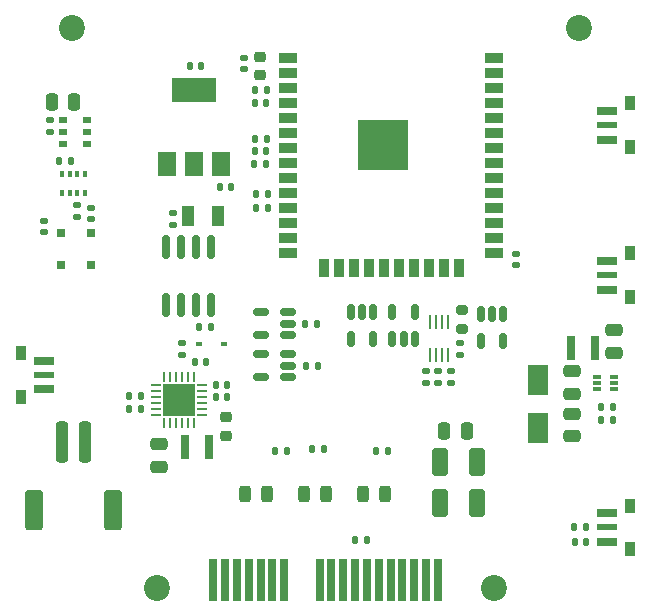
<source format=gbr>
%TF.GenerationSoftware,KiCad,Pcbnew,(6.0.9)*%
%TF.CreationDate,2023-09-09T15:40:48+05:30*%
%TF.ProjectId,WeatherKids_V3,57656174-6865-4724-9b69-64735f56332e,rev?*%
%TF.SameCoordinates,PX1406f40PY14fb180*%
%TF.FileFunction,Soldermask,Top*%
%TF.FilePolarity,Negative*%
%FSLAX46Y46*%
G04 Gerber Fmt 4.6, Leading zero omitted, Abs format (unit mm)*
G04 Created by KiCad (PCBNEW (6.0.9)) date 2023-09-09 15:40:48*
%MOMM*%
%LPD*%
G01*
G04 APERTURE LIST*
G04 Aperture macros list*
%AMRoundRect*
0 Rectangle with rounded corners*
0 $1 Rounding radius*
0 $2 $3 $4 $5 $6 $7 $8 $9 X,Y pos of 4 corners*
0 Add a 4 corners polygon primitive as box body*
4,1,4,$2,$3,$4,$5,$6,$7,$8,$9,$2,$3,0*
0 Add four circle primitives for the rounded corners*
1,1,$1+$1,$2,$3*
1,1,$1+$1,$4,$5*
1,1,$1+$1,$6,$7*
1,1,$1+$1,$8,$9*
0 Add four rect primitives between the rounded corners*
20,1,$1+$1,$2,$3,$4,$5,0*
20,1,$1+$1,$4,$5,$6,$7,0*
20,1,$1+$1,$6,$7,$8,$9,0*
20,1,$1+$1,$8,$9,$2,$3,0*%
G04 Aperture macros list end*
%ADD10RoundRect,0.200000X0.275000X-0.200000X0.275000X0.200000X-0.275000X0.200000X-0.275000X-0.200000X0*%
%ADD11R,0.800000X2.000000*%
%ADD12RoundRect,0.225000X0.250000X-0.225000X0.250000X0.225000X-0.250000X0.225000X-0.250000X-0.225000X0*%
%ADD13RoundRect,0.140000X0.140000X0.170000X-0.140000X0.170000X-0.140000X-0.170000X0.140000X-0.170000X0*%
%ADD14RoundRect,0.135000X-0.185000X0.135000X-0.185000X-0.135000X0.185000X-0.135000X0.185000X0.135000X0*%
%ADD15RoundRect,0.250000X-0.250000X-1.500000X0.250000X-1.500000X0.250000X1.500000X-0.250000X1.500000X0*%
%ADD16RoundRect,0.250001X-0.499999X-1.449999X0.499999X-1.449999X0.499999X1.449999X-0.499999X1.449999X0*%
%ADD17RoundRect,0.225000X-0.250000X0.225000X-0.250000X-0.225000X0.250000X-0.225000X0.250000X0.225000X0*%
%ADD18R,1.000000X1.800000*%
%ADD19RoundRect,0.135000X0.135000X0.185000X-0.135000X0.185000X-0.135000X-0.185000X0.135000X-0.185000X0*%
%ADD20RoundRect,0.150000X0.512500X0.150000X-0.512500X0.150000X-0.512500X-0.150000X0.512500X-0.150000X0*%
%ADD21RoundRect,0.140000X0.170000X-0.140000X0.170000X0.140000X-0.170000X0.140000X-0.170000X-0.140000X0*%
%ADD22RoundRect,0.135000X-0.135000X-0.185000X0.135000X-0.185000X0.135000X0.185000X-0.135000X0.185000X0*%
%ADD23RoundRect,0.250000X-0.412500X-0.925000X0.412500X-0.925000X0.412500X0.925000X-0.412500X0.925000X0*%
%ADD24RoundRect,0.062500X-0.062500X0.350000X-0.062500X-0.350000X0.062500X-0.350000X0.062500X0.350000X0*%
%ADD25RoundRect,0.062500X-0.350000X0.062500X-0.350000X-0.062500X0.350000X-0.062500X0.350000X0.062500X0*%
%ADD26R,2.700000X2.700000*%
%ADD27R,0.670001X0.299999*%
%ADD28C,2.200000*%
%ADD29R,0.700000X3.600000*%
%ADD30RoundRect,0.140000X-0.140000X-0.170000X0.140000X-0.170000X0.140000X0.170000X-0.140000X0.170000X0*%
%ADD31RoundRect,0.140000X-0.170000X0.140000X-0.170000X-0.140000X0.170000X-0.140000X0.170000X0.140000X0*%
%ADD32R,0.254000X1.168400*%
%ADD33R,0.800000X0.800000*%
%ADD34RoundRect,0.250000X0.475000X-0.250000X0.475000X0.250000X-0.475000X0.250000X-0.475000X-0.250000X0*%
%ADD35RoundRect,0.243750X-0.243750X-0.456250X0.243750X-0.456250X0.243750X0.456250X-0.243750X0.456250X0*%
%ADD36R,0.900000X1.300000*%
%ADD37R,1.800000X0.750000*%
%ADD38R,1.800000X0.600000*%
%ADD39RoundRect,0.250000X-0.475000X0.250000X-0.475000X-0.250000X0.475000X-0.250000X0.475000X0.250000X0*%
%ADD40R,1.800000X2.500000*%
%ADD41R,0.600000X0.450000*%
%ADD42RoundRect,0.150000X-0.150000X0.825000X-0.150000X-0.825000X0.150000X-0.825000X0.150000X0.825000X0*%
%ADD43R,0.350000X0.500000*%
%ADD44RoundRect,0.150000X-0.150000X0.512500X-0.150000X-0.512500X0.150000X-0.512500X0.150000X0.512500X0*%
%ADD45RoundRect,0.250000X-0.250000X-0.475000X0.250000X-0.475000X0.250000X0.475000X-0.250000X0.475000X0*%
%ADD46RoundRect,0.135000X0.185000X-0.135000X0.185000X0.135000X-0.185000X0.135000X-0.185000X-0.135000X0*%
%ADD47R,1.500000X2.000000*%
%ADD48R,3.800000X2.000000*%
%ADD49R,0.800000X0.500000*%
%ADD50RoundRect,0.150000X0.150000X-0.512500X0.150000X0.512500X-0.150000X0.512500X-0.150000X-0.512500X0*%
%ADD51R,1.500000X0.900000*%
%ADD52R,0.900000X1.500000*%
%ADD53C,0.584200*%
%ADD54R,4.200000X4.200000*%
G04 APERTURE END LIST*
D10*
%TO.C,R14*%
X38050000Y-30525000D03*
X38050000Y-28875000D03*
%TD*%
D11*
%TO.C,L1*%
X14600000Y-40500000D03*
X16600000Y-40500000D03*
%TD*%
%TO.C,L2*%
X49300000Y-32100000D03*
X47300000Y-32100000D03*
%TD*%
D12*
%TO.C,C6*%
X18050000Y-39525000D03*
X18050000Y-37975000D03*
%TD*%
D13*
%TO.C,C8*%
X21480000Y-11400000D03*
X20520000Y-11400000D03*
%TD*%
D14*
%TO.C,R11*%
X13545000Y-20715000D03*
X13545000Y-21735000D03*
%TD*%
D15*
%TO.C,J1*%
X4150000Y-40050000D03*
X6150000Y-40050000D03*
D16*
X1800000Y-45800000D03*
X8500000Y-45800000D03*
%TD*%
D17*
%TO.C,C11*%
X20950000Y-7450000D03*
X20950000Y-9000000D03*
%TD*%
D18*
%TO.C,Y1*%
X14895000Y-20975000D03*
X17395000Y-20975000D03*
%TD*%
D19*
%TO.C,R12*%
X4960000Y-16300000D03*
X3940000Y-16300000D03*
%TD*%
D20*
%TO.C,U13*%
X23325000Y-31000000D03*
X23325000Y-30050000D03*
X23325000Y-29100000D03*
X21050000Y-29100000D03*
X21050000Y-31000000D03*
%TD*%
D21*
%TO.C,C20*%
X37850000Y-32680000D03*
X37850000Y-31720000D03*
%TD*%
D22*
%TO.C,R22*%
X9890000Y-36200000D03*
X10910000Y-36200000D03*
%TD*%
D19*
%TO.C,R9*%
X21610000Y-20300000D03*
X20590000Y-20300000D03*
%TD*%
D23*
%TO.C,C23*%
X36225000Y-41800000D03*
X39300000Y-41800000D03*
%TD*%
D24*
%TO.C,U1*%
X15350000Y-34537500D03*
X14850000Y-34537500D03*
X14350000Y-34537500D03*
X13850000Y-34537500D03*
X13350000Y-34537500D03*
X12850000Y-34537500D03*
D25*
X12137500Y-35250000D03*
X12137500Y-35750000D03*
X12137500Y-36250000D03*
X12137500Y-36750000D03*
X12137500Y-37250000D03*
X12137500Y-37750000D03*
D24*
X12850000Y-38462500D03*
X13350000Y-38462500D03*
X13850000Y-38462500D03*
X14350000Y-38462500D03*
X14850000Y-38462500D03*
X15350000Y-38462500D03*
D25*
X16062500Y-37750000D03*
X16062500Y-37250000D03*
X16062500Y-36750000D03*
X16062500Y-36250000D03*
X16062500Y-35750000D03*
X16062500Y-35250000D03*
D26*
X14100000Y-36500000D03*
%TD*%
D27*
%TO.C,U3*%
X50940001Y-34550001D03*
X49459999Y-34550001D03*
X50940001Y-35550002D03*
X50940001Y-35050003D03*
X49459999Y-35550002D03*
X49459999Y-35050003D03*
%TD*%
D28*
%TO.C,J3*%
X40800000Y-52450950D03*
X12200000Y-52450950D03*
D29*
X36000000Y-51760950D03*
X35000000Y-51760950D03*
X34000000Y-51760950D03*
X33000000Y-51760950D03*
X32000000Y-51760950D03*
X31000000Y-51760950D03*
X30000000Y-51760950D03*
X29000000Y-51760950D03*
X28000000Y-51760950D03*
X27000000Y-51760950D03*
X26000000Y-51760950D03*
X23000000Y-51760950D03*
X22000000Y-51760950D03*
X21000000Y-51760950D03*
X20000000Y-51760950D03*
X19000000Y-51760950D03*
X18000000Y-51760950D03*
X17000000Y-51760950D03*
%TD*%
D22*
%TO.C,R21*%
X9890000Y-37250000D03*
X10910000Y-37250000D03*
%TD*%
D30*
%TO.C,C5*%
X17220000Y-35250000D03*
X18180000Y-35250000D03*
%TD*%
D31*
%TO.C,C2*%
X42600000Y-24120000D03*
X42600000Y-25080000D03*
%TD*%
D14*
%TO.C,R19*%
X35000000Y-34040000D03*
X35000000Y-35060000D03*
%TD*%
D13*
%TO.C,C4*%
X48550000Y-48550000D03*
X47590000Y-48550000D03*
%TD*%
%TO.C,C21*%
X21500000Y-15450000D03*
X20540000Y-15450000D03*
%TD*%
D14*
%TO.C,R10*%
X3150000Y-12840000D03*
X3150000Y-13860000D03*
%TD*%
D32*
%TO.C,U9*%
X36850001Y-29928400D03*
X36350000Y-29928400D03*
X35850000Y-29928400D03*
X35349999Y-29928400D03*
X35349999Y-32671600D03*
X35850000Y-32671600D03*
X36350000Y-32671600D03*
X36850001Y-32671600D03*
%TD*%
D33*
%TO.C,U5*%
X4080000Y-25050000D03*
X6620000Y-25050000D03*
X6620000Y-22350000D03*
X4080000Y-22350000D03*
%TD*%
D22*
%TO.C,R15*%
X24827500Y-33600000D03*
X25847500Y-33600000D03*
%TD*%
D34*
%TO.C,C9*%
X50950000Y-32500000D03*
X50950000Y-30600000D03*
%TD*%
D23*
%TO.C,C22*%
X36225000Y-45200000D03*
X39300000Y-45200000D03*
%TD*%
D35*
%TO.C,D5*%
X24662500Y-44500000D03*
X26537500Y-44500000D03*
%TD*%
D28*
%TO.C,H1*%
X5050000Y-5000000D03*
%TD*%
D19*
%TO.C,R24*%
X48560000Y-47300000D03*
X47540000Y-47300000D03*
%TD*%
D36*
%TO.C,SW4*%
X700000Y-32550000D03*
X700000Y-36250000D03*
D37*
X2650000Y-33175000D03*
D38*
X2650000Y-34400000D03*
D37*
X2650000Y-35625000D03*
%TD*%
D39*
%TO.C,C7*%
X12400000Y-40250000D03*
X12400000Y-42150000D03*
%TD*%
D31*
%TO.C,C12*%
X19600000Y-7570000D03*
X19600000Y-8530000D03*
%TD*%
D22*
%TO.C,R5*%
X49790000Y-37150000D03*
X50810000Y-37150000D03*
%TD*%
D28*
%TO.C,H2*%
X48000000Y-5050000D03*
%TD*%
D35*
%TO.C,D2*%
X29662500Y-44500000D03*
X31537500Y-44500000D03*
%TD*%
D40*
%TO.C,D4*%
X44500000Y-38850000D03*
X44500000Y-34850000D03*
%TD*%
D19*
%TO.C,R7*%
X26410000Y-40700000D03*
X25390000Y-40700000D03*
%TD*%
D41*
%TO.C,D3*%
X15795000Y-31800000D03*
X17895000Y-31800000D03*
%TD*%
D42*
%TO.C,U7*%
X16800000Y-23525000D03*
X15530000Y-23525000D03*
X14260000Y-23525000D03*
X12990000Y-23525000D03*
X12990000Y-28475000D03*
X14260000Y-28475000D03*
X15530000Y-28475000D03*
X16800000Y-28475000D03*
%TD*%
D43*
%TO.C,U8*%
X6125000Y-19000000D03*
X5475000Y-19000000D03*
X4825000Y-19000000D03*
X4175000Y-19000000D03*
X4175000Y-17400000D03*
X4825000Y-17400000D03*
X5475000Y-17400000D03*
X6125000Y-17400000D03*
%TD*%
D36*
%TO.C,SW1*%
X52300000Y-24100000D03*
X52300000Y-27800000D03*
D37*
X50350000Y-27175000D03*
D38*
X50350000Y-25950000D03*
D37*
X50350000Y-24725000D03*
%TD*%
D30*
%TO.C,C25*%
X17220000Y-36250000D03*
X18180000Y-36250000D03*
%TD*%
D20*
%TO.C,U14*%
X23325000Y-34550000D03*
X23325000Y-33600000D03*
X23325000Y-32650000D03*
X21050000Y-32650000D03*
X21050000Y-34550000D03*
%TD*%
D44*
%TO.C,U10*%
X30550000Y-29062500D03*
X29600000Y-29062500D03*
X28650000Y-29062500D03*
X28650000Y-31337500D03*
X30550000Y-31337500D03*
%TD*%
D30*
%TO.C,C13*%
X15020000Y-8200000D03*
X15980000Y-8200000D03*
%TD*%
D14*
%TO.C,R16*%
X37100000Y-34040000D03*
X37100000Y-35060000D03*
%TD*%
D22*
%TO.C,RV1*%
X28990000Y-48400000D03*
X30010000Y-48400000D03*
%TD*%
D19*
%TO.C,R2*%
X31760000Y-40800000D03*
X30740000Y-40800000D03*
%TD*%
D22*
%TO.C,R1*%
X22240000Y-40800000D03*
X23260000Y-40800000D03*
%TD*%
D45*
%TO.C,C17*%
X3300000Y-11250000D03*
X5200000Y-11250000D03*
%TD*%
D36*
%TO.C,SW3*%
X52300000Y-49150000D03*
X52300000Y-45450000D03*
D37*
X50350000Y-48525000D03*
D38*
X50350000Y-47300000D03*
D37*
X50350000Y-46075000D03*
%TD*%
D30*
%TO.C,C10*%
X17570000Y-18500000D03*
X18530000Y-18500000D03*
%TD*%
D36*
%TO.C,SW2*%
X52300000Y-11400000D03*
X52300000Y-15100000D03*
D37*
X50350000Y-14475000D03*
D38*
X50350000Y-13250000D03*
D37*
X50350000Y-12025000D03*
%TD*%
D46*
%TO.C,R3*%
X14350000Y-31690000D03*
X14350000Y-32710000D03*
%TD*%
D13*
%TO.C,C18*%
X16780000Y-30300000D03*
X15820000Y-30300000D03*
%TD*%
D47*
%TO.C,U4*%
X13050000Y-16550000D03*
D48*
X15350000Y-10250000D03*
D47*
X15350000Y-16550000D03*
X17650000Y-16550000D03*
%TD*%
D19*
%TO.C,R8*%
X21610000Y-19050000D03*
X20590000Y-19050000D03*
%TD*%
D14*
%TO.C,R17*%
X36050000Y-34040000D03*
X36050000Y-35060000D03*
%TD*%
D31*
%TO.C,C16*%
X6600000Y-20220000D03*
X6600000Y-21180000D03*
%TD*%
D19*
%TO.C,R6*%
X50810000Y-38200000D03*
X49790000Y-38200000D03*
%TD*%
D49*
%TO.C,U6*%
X4300000Y-12850000D03*
X4300000Y-13850000D03*
X4300000Y-14850000D03*
X6300000Y-14850000D03*
X6300000Y-13850000D03*
X6300000Y-12850000D03*
%TD*%
D35*
%TO.C,D1*%
X19662500Y-44500000D03*
X21537500Y-44500000D03*
%TD*%
D34*
%TO.C,C15*%
X47330000Y-39600000D03*
X47330000Y-37700000D03*
%TD*%
D19*
%TO.C,R18*%
X21530000Y-14450000D03*
X20510000Y-14450000D03*
%TD*%
%TO.C,R23*%
X21480000Y-16500000D03*
X20460000Y-16500000D03*
%TD*%
D34*
%TO.C,C14*%
X47350000Y-36000000D03*
X47350000Y-34100000D03*
%TD*%
D21*
%TO.C,C19*%
X2700000Y-22330000D03*
X2700000Y-21370000D03*
%TD*%
D22*
%TO.C,R4*%
X20490000Y-10300000D03*
X21510000Y-10300000D03*
%TD*%
D45*
%TO.C,C24*%
X36562500Y-39100000D03*
X38462500Y-39100000D03*
%TD*%
D50*
%TO.C,U12*%
X32150000Y-31337500D03*
X33100000Y-31337500D03*
X34050000Y-31337500D03*
X34050000Y-29062500D03*
X32150000Y-29062500D03*
%TD*%
D51*
%TO.C,U2*%
X23300000Y-7595000D03*
X23300000Y-8865000D03*
X23300000Y-10135000D03*
X23300000Y-11405000D03*
X23300000Y-12675000D03*
X23300000Y-13945000D03*
X23300000Y-15215000D03*
X23300000Y-16485000D03*
X23300000Y-17755000D03*
X23300000Y-19025000D03*
X23300000Y-20295000D03*
X23300000Y-21565000D03*
X23300000Y-22835000D03*
X23300000Y-24105000D03*
D52*
X26340000Y-25355000D03*
X27610000Y-25355000D03*
X28880000Y-25355000D03*
X30150000Y-25355000D03*
X31420000Y-25355000D03*
X32690000Y-25355000D03*
X33960000Y-25355000D03*
X35230000Y-25355000D03*
X36500000Y-25355000D03*
X37770000Y-25355000D03*
D51*
X40800000Y-24105000D03*
X40800000Y-22835000D03*
X40800000Y-21565000D03*
X40800000Y-20295000D03*
X40800000Y-19025000D03*
X40800000Y-17755000D03*
X40800000Y-16485000D03*
X40800000Y-15215000D03*
X40800000Y-13945000D03*
X40800000Y-12675000D03*
X40800000Y-11405000D03*
X40800000Y-10135000D03*
X40800000Y-8865000D03*
X40800000Y-7595000D03*
D53*
X32895000Y-15697500D03*
X32132500Y-16460000D03*
X32132500Y-14935000D03*
X30607500Y-16460000D03*
X29845000Y-15697500D03*
X31370000Y-15697500D03*
X32132500Y-13410000D03*
D54*
X31370000Y-14935000D03*
D53*
X30607500Y-13410000D03*
X32895000Y-14172500D03*
X31370000Y-14172500D03*
X30607500Y-14935000D03*
X29845000Y-14172500D03*
%TD*%
D46*
%TO.C,R13*%
X5445000Y-21025000D03*
X5445000Y-20005000D03*
%TD*%
D22*
%TO.C,R20*%
X24777500Y-30050000D03*
X25797500Y-30050000D03*
%TD*%
D13*
%TO.C,C1*%
X16380000Y-33300000D03*
X15420000Y-33300000D03*
%TD*%
D44*
%TO.C,U11*%
X41550000Y-31537500D03*
X39650000Y-31537500D03*
X39650000Y-29262500D03*
X40600000Y-29262500D03*
X41550000Y-29262500D03*
%TD*%
M02*

</source>
